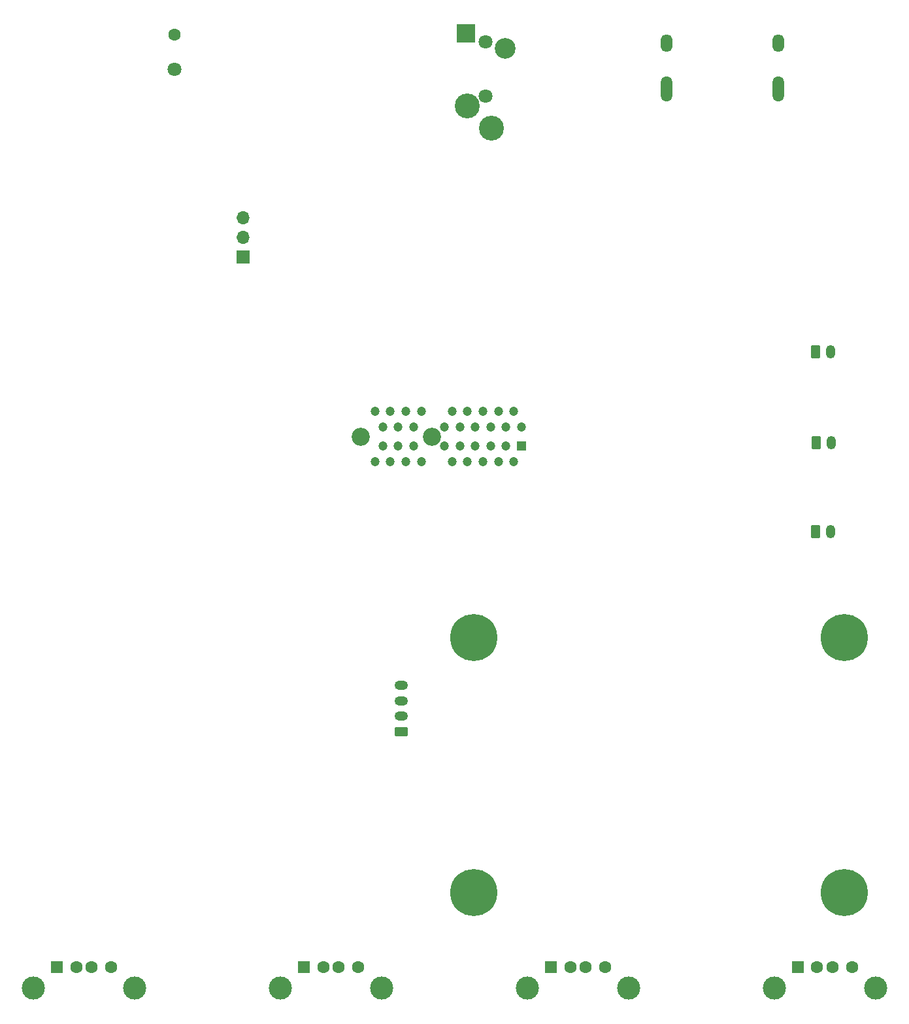
<source format=gbr>
%TF.GenerationSoftware,KiCad,Pcbnew,8.0.8*%
%TF.CreationDate,2025-08-13T22:48:38+02:00*%
%TF.ProjectId,RetroConsoleMk3,52657472-6f43-46f6-9e73-6f6c654d6b33,rev?*%
%TF.SameCoordinates,PX237a085PY9f06730*%
%TF.FileFunction,Soldermask,Bot*%
%TF.FilePolarity,Negative*%
%FSLAX46Y46*%
G04 Gerber Fmt 4.6, Leading zero omitted, Abs format (unit mm)*
G04 Created by KiCad (PCBNEW 8.0.8) date 2025-08-13 22:48:38*
%MOMM*%
%LPD*%
G01*
G04 APERTURE LIST*
G04 Aperture macros list*
%AMRoundRect*
0 Rectangle with rounded corners*
0 $1 Rounding radius*
0 $2 $3 $4 $5 $6 $7 $8 $9 X,Y pos of 4 corners*
0 Add a 4 corners polygon primitive as box body*
4,1,4,$2,$3,$4,$5,$6,$7,$8,$9,$2,$3,0*
0 Add four circle primitives for the rounded corners*
1,1,$1+$1,$2,$3*
1,1,$1+$1,$4,$5*
1,1,$1+$1,$6,$7*
1,1,$1+$1,$8,$9*
0 Add four rect primitives between the rounded corners*
20,1,$1+$1,$2,$3,$4,$5,0*
20,1,$1+$1,$4,$5,$6,$7,0*
20,1,$1+$1,$6,$7,$8,$9,0*
20,1,$1+$1,$8,$9,$2,$3,0*%
G04 Aperture macros list end*
%ADD10R,1.600000X1.500000*%
%ADD11C,1.600000*%
%ADD12C,3.000000*%
%ADD13RoundRect,0.250000X-0.350000X-0.625000X0.350000X-0.625000X0.350000X0.625000X-0.350000X0.625000X0*%
%ADD14O,1.200000X1.750000*%
%ADD15C,1.800000*%
%ADD16R,2.415000X2.415000*%
%ADD17C,3.225000*%
%ADD18C,2.685000*%
%ADD19C,6.100000*%
%ADD20R,1.700000X1.700000*%
%ADD21O,1.700000X1.700000*%
%ADD22C,2.350000*%
%ADD23R,1.200000X1.200000*%
%ADD24C,1.200000*%
%ADD25O,1.500000X3.300000*%
%ADD26O,1.500000X2.300000*%
%ADD27RoundRect,0.250000X0.625000X-0.350000X0.625000X0.350000X-0.625000X0.350000X-0.625000X-0.350000X0*%
%ADD28O,1.750000X1.200000*%
G04 APERTURE END LIST*
D10*
%TO.C,J7*%
X106049995Y9360000D03*
D11*
X108549995Y9360000D03*
X110549995Y9360000D03*
X113049995Y9360000D03*
D12*
X102979995Y6650000D03*
X116119995Y6650000D03*
%TD*%
D13*
%TO.C,J11*%
X108299995Y65750000D03*
D14*
X110299995Y65750000D03*
%TD*%
D15*
%TO.C,J10*%
X65574495Y129156500D03*
X65574495Y122156500D03*
D16*
X63034495Y130256500D03*
D17*
X63254495Y120856500D03*
X66324495Y117956500D03*
D18*
X68114495Y128356500D03*
%TD*%
D11*
%TO.C,J8*%
X25299995Y130100000D03*
D15*
X25299995Y125600000D03*
%TD*%
D10*
%TO.C,J5*%
X42049995Y9360000D03*
D11*
X44549995Y9360000D03*
X46549995Y9360000D03*
X49049995Y9360000D03*
D12*
X38979995Y6650000D03*
X52119995Y6650000D03*
%TD*%
D13*
%TO.C,J13*%
X108299995Y89050000D03*
D14*
X110299995Y89050000D03*
%TD*%
D19*
%TO.C,Module1*%
X64049995Y19000000D03*
X112049995Y19000000D03*
X64049995Y52000000D03*
X112049995Y52000000D03*
%TD*%
D13*
%TO.C,J12*%
X108399995Y77300000D03*
D14*
X110399995Y77300000D03*
%TD*%
D10*
%TO.C,J6*%
X74049995Y9360000D03*
D11*
X76549995Y9360000D03*
X78549995Y9360000D03*
X81049995Y9360000D03*
D12*
X70979995Y6650000D03*
X84119995Y6650000D03*
%TD*%
D20*
%TO.C,J1*%
X34149995Y101300000D03*
D21*
X34149995Y103840000D03*
X34149995Y106380000D03*
%TD*%
D22*
%TO.C,J9*%
X58599995Y78050003D03*
X49449995Y78050003D03*
D23*
X70249995Y76800003D03*
D24*
X69249995Y74800003D03*
X68249995Y76800003D03*
X67249995Y74800003D03*
X66249995Y76800003D03*
X65249995Y74800003D03*
X64249995Y76800003D03*
X63249995Y74800003D03*
X62249995Y76800003D03*
X61249995Y74800003D03*
X60249995Y76800003D03*
X57249995Y74800003D03*
X56249995Y76800003D03*
X55249995Y74800003D03*
X54249995Y76800003D03*
X53249995Y74800003D03*
X52249995Y76800003D03*
X51249995Y74800003D03*
X70249995Y79300003D03*
X69249995Y81300003D03*
X68249995Y79300003D03*
X67249995Y81300003D03*
X66249995Y79300003D03*
X65249995Y81300003D03*
X64249995Y79300003D03*
X63249995Y81300003D03*
X62249995Y79300003D03*
X61249995Y81300003D03*
X60249995Y79300003D03*
X57249995Y81300003D03*
X56249995Y79300003D03*
X55249995Y81300003D03*
X54249995Y79300003D03*
X53249995Y81300003D03*
X52249995Y79300003D03*
X51249995Y81300003D03*
%TD*%
D25*
%TO.C,J4*%
X89049995Y123040000D03*
X103549995Y123040000D03*
D26*
X89049995Y129000000D03*
X103549995Y129000000D03*
%TD*%
D27*
%TO.C,J14*%
X54649995Y39850000D03*
D28*
X54649995Y41850000D03*
X54649995Y43850000D03*
X54649995Y45850000D03*
%TD*%
D10*
%TO.C,J3*%
X10049995Y9360000D03*
D11*
X12549995Y9360000D03*
X14549995Y9360000D03*
X17049995Y9360000D03*
D12*
X6979995Y6650000D03*
X20119995Y6650000D03*
%TD*%
M02*

</source>
